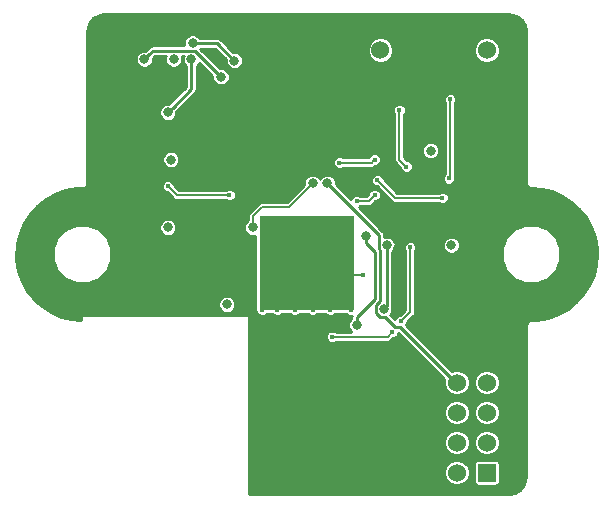
<source format=gbl>
G04 #@! TF.GenerationSoftware,KiCad,Pcbnew,(5.0.0)*
G04 #@! TF.CreationDate,2019-03-22T22:35:01+01:00*
G04 #@! TF.ProjectId,nrf24l01-node,6E726632346C30312D6E6F64652E6B69,rev?*
G04 #@! TF.SameCoordinates,Original*
G04 #@! TF.FileFunction,Copper,L2,Bot,Signal*
G04 #@! TF.FilePolarity,Positive*
%FSLAX46Y46*%
G04 Gerber Fmt 4.6, Leading zero omitted, Abs format (unit mm)*
G04 Created by KiCad (PCBNEW (5.0.0)) date 03/22/19 22:35:01*
%MOMM*%
%LPD*%
G01*
G04 APERTURE LIST*
G04 #@! TA.AperFunction,SMDPad,CuDef*
%ADD10R,5.500000X6.000000*%
G04 #@! TD*
G04 #@! TA.AperFunction,SMDPad,CuDef*
%ADD11R,8.000000X8.000000*%
G04 #@! TD*
G04 #@! TA.AperFunction,ComponentPad*
%ADD12C,1.524000*%
G04 #@! TD*
G04 #@! TA.AperFunction,ComponentPad*
%ADD13R,1.524000X1.524000*%
G04 #@! TD*
G04 #@! TA.AperFunction,ViaPad*
%ADD14C,0.400000*%
G04 #@! TD*
G04 #@! TA.AperFunction,ViaPad*
%ADD15C,0.800000*%
G04 #@! TD*
G04 #@! TA.AperFunction,Conductor*
%ADD16C,0.250000*%
G04 #@! TD*
G04 #@! TA.AperFunction,Conductor*
%ADD17C,0.200000*%
G04 #@! TD*
G04 #@! TA.AperFunction,Conductor*
%ADD18C,0.254000*%
G04 #@! TD*
G04 APERTURE END LIST*
D10*
G04 #@! TO.P,BT1,1*
G04 #@! TO.N,VCC*
X74750000Y-163550000D03*
X74750000Y-132950000D03*
D11*
G04 #@! TO.P,BT1,2*
G04 #@! TO.N,GND*
X74750000Y-148250000D03*
G04 #@! TD*
D12*
G04 #@! TO.P,C1,1*
G04 #@! TO.N,/NRF_VCC_IN*
X90000000Y-130250000D03*
G04 #@! TO.P,C1,2*
G04 #@! TO.N,GND*
X81000000Y-130250000D03*
G04 #@! TD*
D13*
G04 #@! TO.P,U1,1*
G04 #@! TO.N,GND*
X90000000Y-166000000D03*
D12*
G04 #@! TO.P,U1,2*
G04 #@! TO.N,/NRF_VCC_OUT*
X87460000Y-166000000D03*
G04 #@! TO.P,U1,3*
G04 #@! TO.N,/NRF_CE*
X90000000Y-163460000D03*
G04 #@! TO.P,U1,4*
G04 #@! TO.N,/NRF_CS*
X87460000Y-163460000D03*
G04 #@! TO.P,U1,5*
G04 #@! TO.N,/BME280_SCK*
X90000000Y-160920000D03*
G04 #@! TO.P,U1,6*
G04 #@! TO.N,/BME280_SDI*
X87460000Y-160920000D03*
G04 #@! TO.P,U1,7*
G04 #@! TO.N,/BME280_SDO*
X90000000Y-158380000D03*
G04 #@! TO.P,U1,8*
G04 #@! TO.N,/NRF_IRQ*
X87460000Y-158380000D03*
G04 #@! TD*
D14*
G04 #@! TO.N,GND*
X72500000Y-150000000D03*
D15*
G04 #@! TO.N,VCC*
X83962500Y-136000000D03*
X73750000Y-141750000D03*
X74750000Y-163550000D03*
X72500000Y-131499998D03*
X60000000Y-131000000D03*
X57000000Y-134000000D03*
X57000000Y-140500000D03*
X62000000Y-138000000D03*
X63250000Y-141000000D03*
X67250000Y-147000000D03*
X68500000Y-147750000D03*
X82500000Y-147000000D03*
X82500000Y-151500000D03*
X93000000Y-137250000D03*
X90000000Y-143500000D03*
D14*
G04 #@! TO.N,GND*
X75250000Y-145750000D03*
X76750000Y-146500000D03*
X78500000Y-146500000D03*
X75750000Y-150750000D03*
X75250000Y-149500000D03*
X74250000Y-148500000D03*
X73250000Y-147500000D03*
X72250000Y-146750000D03*
X71000000Y-149000000D03*
X71000000Y-148000000D03*
X71000000Y-146750000D03*
X71000000Y-145750000D03*
X71000000Y-144750000D03*
X75250000Y-144750000D03*
X77000000Y-144750000D03*
X78500000Y-144750000D03*
D15*
X77250000Y-150250000D03*
D14*
X79555026Y-149250000D03*
X71733839Y-144766161D03*
X78500000Y-150500000D03*
X78500000Y-151250000D03*
X78500000Y-152250000D03*
X76750000Y-152250000D03*
X72250000Y-152250000D03*
X73750000Y-152250000D03*
X71000000Y-152250000D03*
X75250000Y-152250000D03*
X71000000Y-151000000D03*
X71000000Y-150000000D03*
D15*
X65000000Y-131000000D03*
X63000000Y-135500000D03*
X63250000Y-139500000D03*
X63000000Y-145250000D03*
X68000000Y-151750000D03*
X87000000Y-146750000D03*
X85250000Y-138750000D03*
G04 #@! TO.N,/BME280_SDO*
X81567975Y-146769886D03*
X81274540Y-152157200D03*
G04 #@! TO.N,/NRF_IRQ*
X76500000Y-141500000D03*
D14*
G04 #@! TO.N,/SIG_WAKE*
X80500000Y-142500000D03*
X79000000Y-143000000D03*
G04 #@! TO.N,/SIG_DONE*
X77500000Y-139750000D03*
X80500000Y-139500000D03*
D15*
G04 #@! TO.N,/BME280_SS*
X79000000Y-153500000D03*
X79750000Y-146000000D03*
G04 #@! TO.N,/SWDIO*
X67500000Y-132500000D03*
X61000000Y-131000000D03*
D14*
G04 #@! TO.N,/NRF_VCC_EN*
X80750000Y-141250000D03*
X86250000Y-142750000D03*
D15*
G04 #@! TO.N,/NRF_CS*
X70185010Y-145250000D03*
X75250000Y-141500000D03*
G04 #@! TO.N,/MCU_RESET*
X68637660Y-131112340D03*
X63500000Y-131000000D03*
X65089988Y-129629988D03*
D14*
G04 #@! TO.N,/VBAT_ADC*
X63000000Y-141750000D03*
X68210010Y-142500000D03*
G04 #@! TO.N,/NRF_VCC_IN*
X86900000Y-134400000D03*
X86800000Y-141100000D03*
G04 #@! TO.N,Net-(C20-Pad1)*
X76900000Y-154500000D03*
X82000000Y-154100000D03*
X82700000Y-153200000D03*
X83200000Y-140100000D03*
X82600000Y-135300000D03*
X83506102Y-146923002D03*
G04 #@! TD*
D16*
G04 #@! TO.N,VCC*
X71934315Y-141750000D02*
X67250000Y-146434315D01*
X67250000Y-146434315D02*
X67250000Y-147000000D01*
X73750000Y-141750000D02*
X71934315Y-141750000D01*
G04 #@! TO.N,GND*
X65000000Y-133500000D02*
X63399999Y-135100001D01*
X63399999Y-135100001D02*
X63000000Y-135500000D01*
X65000000Y-131000000D02*
X65000000Y-133500000D01*
D17*
X75750000Y-149250000D02*
X74750000Y-148250000D01*
X79555026Y-149250000D02*
X75750000Y-149250000D01*
D16*
G04 #@! TO.N,/BME280_SDO*
X81567975Y-151863765D02*
X81274540Y-152157200D01*
X81567975Y-146769886D02*
X81567975Y-151863765D01*
G04 #@! TO.N,/NRF_IRQ*
X82685001Y-153685001D02*
X87500000Y-158500000D01*
X80950011Y-147165726D02*
X80950011Y-151467925D01*
X80950011Y-151467925D02*
X80589538Y-151828398D01*
X76500000Y-141500000D02*
X80882973Y-145882973D01*
X82260998Y-153685001D02*
X82685001Y-153685001D01*
X81418199Y-152842202D02*
X82260998Y-153685001D01*
X80945738Y-152842202D02*
X81418199Y-152842202D01*
X80589538Y-151828398D02*
X80589538Y-152486002D01*
X80882973Y-147098688D02*
X80950011Y-147165726D01*
X80589538Y-152486002D02*
X80945738Y-152842202D01*
X80882973Y-145882973D02*
X80882973Y-147098688D01*
D17*
G04 #@! TO.N,/SIG_WAKE*
X80000000Y-143000000D02*
X80500000Y-142500000D01*
X79000000Y-143000000D02*
X80000000Y-143000000D01*
G04 #@! TO.N,/SIG_DONE*
X80300001Y-139699999D02*
X80500000Y-139500000D01*
X80250000Y-139750000D02*
X80300001Y-139699999D01*
X77500000Y-139750000D02*
X80250000Y-139750000D01*
D16*
G04 #@! TO.N,/BME280_SS*
X79000000Y-153500000D02*
X79000000Y-152838094D01*
X80500000Y-151338094D02*
X80500000Y-147315685D01*
X79000000Y-152838094D02*
X80500000Y-151338094D01*
X79750000Y-146565685D02*
X79750000Y-146000000D01*
X80500000Y-147315685D02*
X79750000Y-146565685D01*
G04 #@! TO.N,/SWDIO*
X65314998Y-130314998D02*
X64814998Y-130314998D01*
X61399999Y-130600001D02*
X61000000Y-131000000D01*
X64774998Y-130274998D02*
X61725002Y-130274998D01*
X67500000Y-132500000D02*
X65314998Y-130314998D01*
X64814998Y-130314998D02*
X64774998Y-130274998D01*
X61725002Y-130274998D02*
X61399999Y-130600001D01*
D17*
G04 #@! TO.N,/NRF_VCC_EN*
X82250000Y-142750000D02*
X85967158Y-142750000D01*
X85967158Y-142750000D02*
X86250000Y-142750000D01*
X80750000Y-141250000D02*
X82250000Y-142750000D01*
G04 #@! TO.N,/NRF_CS*
X70185010Y-144684315D02*
X70185010Y-145250000D01*
X70185010Y-144314990D02*
X70185010Y-144684315D01*
X71000000Y-143500000D02*
X70185010Y-144314990D01*
X75250000Y-141500000D02*
X73250000Y-143500000D01*
X73250000Y-143500000D02*
X71000000Y-143500000D01*
D16*
G04 #@! TO.N,/MCU_RESET*
X65655673Y-129666713D02*
X65089988Y-129666713D01*
X65089988Y-129666713D02*
X65089988Y-129629988D01*
X68637660Y-131112340D02*
X67192033Y-129666713D01*
X67192033Y-129666713D02*
X65655673Y-129666713D01*
D17*
G04 #@! TO.N,/VBAT_ADC*
X67927168Y-142500000D02*
X68210010Y-142500000D01*
X63750000Y-142500000D02*
X67927168Y-142500000D01*
X63000000Y-141750000D02*
X63750000Y-142500000D01*
G04 #@! TO.N,/NRF_VCC_IN*
X86900000Y-134400000D02*
X86900000Y-141000000D01*
X86900000Y-141000000D02*
X86800000Y-141100000D01*
G04 #@! TO.N,Net-(C20-Pad1)*
X76900000Y-154500000D02*
X81600000Y-154500000D01*
X81600000Y-154500000D02*
X82000000Y-154100000D01*
X83200000Y-140100000D02*
X82600000Y-139500000D01*
X82600000Y-139500000D02*
X82600000Y-135300000D01*
X82700000Y-153200000D02*
X83506102Y-152393898D01*
X83506102Y-152393898D02*
X83506102Y-147205844D01*
X83506102Y-147205844D02*
X83506102Y-146923002D01*
G04 #@! TD*
D18*
G04 #@! TO.N,VCC*
G36*
X92197354Y-127220167D02*
X92608746Y-127407217D01*
X92951105Y-127702212D01*
X93196906Y-128081437D01*
X93330373Y-128527721D01*
X93348001Y-128764935D01*
X93348000Y-141539589D01*
X93371325Y-141656851D01*
X93460175Y-141789825D01*
X93593148Y-141878675D01*
X93750000Y-141909875D01*
X93773188Y-141905263D01*
X94664074Y-141978507D01*
X95553609Y-142201942D01*
X96394699Y-142567658D01*
X97164763Y-143065835D01*
X97843127Y-143683100D01*
X98411561Y-144402862D01*
X98854812Y-145205807D01*
X99160966Y-146070362D01*
X99323042Y-146980251D01*
X99347222Y-147492974D01*
X99271493Y-148414079D01*
X99048058Y-149303609D01*
X98682342Y-150144699D01*
X98184165Y-150914763D01*
X97566900Y-151593127D01*
X96847134Y-152161564D01*
X96044190Y-152604812D01*
X95179637Y-152910966D01*
X94269749Y-153073042D01*
X93780186Y-153096129D01*
X93750000Y-153090125D01*
X93593149Y-153121325D01*
X93460176Y-153210175D01*
X93371326Y-153343148D01*
X93348001Y-153460410D01*
X93348000Y-166221361D01*
X93279833Y-166697354D01*
X93092784Y-167108745D01*
X92797788Y-167451105D01*
X92418564Y-167696906D01*
X91972279Y-167830373D01*
X91735079Y-167848000D01*
X69877000Y-167848000D01*
X69877000Y-165783384D01*
X86371000Y-165783384D01*
X86371000Y-166216616D01*
X86536790Y-166616869D01*
X86843131Y-166923210D01*
X87243384Y-167089000D01*
X87676616Y-167089000D01*
X88076869Y-166923210D01*
X88383210Y-166616869D01*
X88549000Y-166216616D01*
X88549000Y-165783384D01*
X88383210Y-165383131D01*
X88238079Y-165238000D01*
X88904594Y-165238000D01*
X88904594Y-166762000D01*
X88929973Y-166889589D01*
X89002246Y-166997754D01*
X89110411Y-167070027D01*
X89238000Y-167095406D01*
X90762000Y-167095406D01*
X90889589Y-167070027D01*
X90997754Y-166997754D01*
X91070027Y-166889589D01*
X91095406Y-166762000D01*
X91095406Y-165238000D01*
X91070027Y-165110411D01*
X90997754Y-165002246D01*
X90889589Y-164929973D01*
X90762000Y-164904594D01*
X89238000Y-164904594D01*
X89110411Y-164929973D01*
X89002246Y-165002246D01*
X88929973Y-165110411D01*
X88904594Y-165238000D01*
X88238079Y-165238000D01*
X88076869Y-165076790D01*
X87676616Y-164911000D01*
X87243384Y-164911000D01*
X86843131Y-165076790D01*
X86536790Y-165383131D01*
X86371000Y-165783384D01*
X69877000Y-165783384D01*
X69877000Y-163243384D01*
X86371000Y-163243384D01*
X86371000Y-163676616D01*
X86536790Y-164076869D01*
X86843131Y-164383210D01*
X87243384Y-164549000D01*
X87676616Y-164549000D01*
X88076869Y-164383210D01*
X88383210Y-164076869D01*
X88549000Y-163676616D01*
X88549000Y-163243384D01*
X88911000Y-163243384D01*
X88911000Y-163676616D01*
X89076790Y-164076869D01*
X89383131Y-164383210D01*
X89783384Y-164549000D01*
X90216616Y-164549000D01*
X90616869Y-164383210D01*
X90923210Y-164076869D01*
X91089000Y-163676616D01*
X91089000Y-163243384D01*
X90923210Y-162843131D01*
X90616869Y-162536790D01*
X90216616Y-162371000D01*
X89783384Y-162371000D01*
X89383131Y-162536790D01*
X89076790Y-162843131D01*
X88911000Y-163243384D01*
X88549000Y-163243384D01*
X88383210Y-162843131D01*
X88076869Y-162536790D01*
X87676616Y-162371000D01*
X87243384Y-162371000D01*
X86843131Y-162536790D01*
X86536790Y-162843131D01*
X86371000Y-163243384D01*
X69877000Y-163243384D01*
X69877000Y-160703384D01*
X86371000Y-160703384D01*
X86371000Y-161136616D01*
X86536790Y-161536869D01*
X86843131Y-161843210D01*
X87243384Y-162009000D01*
X87676616Y-162009000D01*
X88076869Y-161843210D01*
X88383210Y-161536869D01*
X88549000Y-161136616D01*
X88549000Y-160703384D01*
X88911000Y-160703384D01*
X88911000Y-161136616D01*
X89076790Y-161536869D01*
X89383131Y-161843210D01*
X89783384Y-162009000D01*
X90216616Y-162009000D01*
X90616869Y-161843210D01*
X90923210Y-161536869D01*
X91089000Y-161136616D01*
X91089000Y-160703384D01*
X90923210Y-160303131D01*
X90616869Y-159996790D01*
X90216616Y-159831000D01*
X89783384Y-159831000D01*
X89383131Y-159996790D01*
X89076790Y-160303131D01*
X88911000Y-160703384D01*
X88549000Y-160703384D01*
X88383210Y-160303131D01*
X88076869Y-159996790D01*
X87676616Y-159831000D01*
X87243384Y-159831000D01*
X86843131Y-159996790D01*
X86536790Y-160303131D01*
X86371000Y-160703384D01*
X69877000Y-160703384D01*
X69877000Y-152750000D01*
X69867333Y-152701399D01*
X69839803Y-152660197D01*
X69798601Y-152632667D01*
X69750000Y-152623000D01*
X55750000Y-152623000D01*
X55701399Y-152632667D01*
X55660197Y-152660197D01*
X55632667Y-152701399D01*
X55623000Y-152750000D01*
X55623000Y-153086203D01*
X54835921Y-153021493D01*
X53946391Y-152798058D01*
X53105301Y-152432342D01*
X52335237Y-151934165D01*
X51973920Y-151605391D01*
X67273000Y-151605391D01*
X67273000Y-151894609D01*
X67383679Y-152161813D01*
X67588187Y-152366321D01*
X67855391Y-152477000D01*
X68144609Y-152477000D01*
X68411813Y-152366321D01*
X68616321Y-152161813D01*
X68727000Y-151894609D01*
X68727000Y-151605391D01*
X68616321Y-151338187D01*
X68411813Y-151133679D01*
X68144609Y-151023000D01*
X67855391Y-151023000D01*
X67588187Y-151133679D01*
X67383679Y-151338187D01*
X67273000Y-151605391D01*
X51973920Y-151605391D01*
X51656873Y-151316900D01*
X51088436Y-150597134D01*
X50645188Y-149794190D01*
X50339034Y-148929637D01*
X50176958Y-148019749D01*
X50152778Y-147507027D01*
X50193863Y-147007294D01*
X53273000Y-147007294D01*
X53273000Y-147992706D01*
X53650101Y-148903108D01*
X54346892Y-149599899D01*
X55257294Y-149977000D01*
X56242706Y-149977000D01*
X57153108Y-149599899D01*
X57849899Y-148903108D01*
X58227000Y-147992706D01*
X58227000Y-147007294D01*
X57849899Y-146096892D01*
X57153108Y-145400101D01*
X56441616Y-145105391D01*
X62273000Y-145105391D01*
X62273000Y-145394609D01*
X62383679Y-145661813D01*
X62588187Y-145866321D01*
X62855391Y-145977000D01*
X63144609Y-145977000D01*
X63411813Y-145866321D01*
X63616321Y-145661813D01*
X63727000Y-145394609D01*
X63727000Y-145105391D01*
X69458010Y-145105391D01*
X69458010Y-145394609D01*
X69568689Y-145661813D01*
X69773197Y-145866321D01*
X70040401Y-145977000D01*
X70329619Y-145977000D01*
X70416594Y-145940974D01*
X70416594Y-152250000D01*
X70441973Y-152377589D01*
X70514246Y-152485754D01*
X70532201Y-152497751D01*
X70553231Y-152548522D01*
X70701478Y-152696769D01*
X70895173Y-152777000D01*
X71104827Y-152777000D01*
X71298522Y-152696769D01*
X71411885Y-152583406D01*
X71838115Y-152583406D01*
X71951478Y-152696769D01*
X72145173Y-152777000D01*
X72354827Y-152777000D01*
X72548522Y-152696769D01*
X72661885Y-152583406D01*
X73338115Y-152583406D01*
X73451478Y-152696769D01*
X73645173Y-152777000D01*
X73854827Y-152777000D01*
X74048522Y-152696769D01*
X74161885Y-152583406D01*
X74838115Y-152583406D01*
X74951478Y-152696769D01*
X75145173Y-152777000D01*
X75354827Y-152777000D01*
X75548522Y-152696769D01*
X75661885Y-152583406D01*
X76338115Y-152583406D01*
X76451478Y-152696769D01*
X76645173Y-152777000D01*
X76854827Y-152777000D01*
X77048522Y-152696769D01*
X77161885Y-152583406D01*
X78088115Y-152583406D01*
X78201478Y-152696769D01*
X78395173Y-152777000D01*
X78551297Y-152777000D01*
X78539145Y-152838094D01*
X78548001Y-152882616D01*
X78548001Y-152923865D01*
X78383679Y-153088187D01*
X78273000Y-153355391D01*
X78273000Y-153644609D01*
X78383679Y-153911813D01*
X78544866Y-154073000D01*
X77218291Y-154073000D01*
X77198522Y-154053231D01*
X77004827Y-153973000D01*
X76795173Y-153973000D01*
X76601478Y-154053231D01*
X76453231Y-154201478D01*
X76373000Y-154395173D01*
X76373000Y-154604827D01*
X76453231Y-154798522D01*
X76601478Y-154946769D01*
X76795173Y-155027000D01*
X77004827Y-155027000D01*
X77198522Y-154946769D01*
X77218291Y-154927000D01*
X81557947Y-154927000D01*
X81600000Y-154935365D01*
X81642053Y-154927000D01*
X81642054Y-154927000D01*
X81766607Y-154902225D01*
X81907850Y-154807850D01*
X81931675Y-154772193D01*
X82076868Y-154627000D01*
X82104827Y-154627000D01*
X82298522Y-154546769D01*
X82446769Y-154398522D01*
X82527000Y-154204827D01*
X82527000Y-154166224D01*
X86415859Y-158055084D01*
X86371000Y-158163384D01*
X86371000Y-158596616D01*
X86536790Y-158996869D01*
X86843131Y-159303210D01*
X87243384Y-159469000D01*
X87676616Y-159469000D01*
X88076869Y-159303210D01*
X88383210Y-158996869D01*
X88549000Y-158596616D01*
X88549000Y-158163384D01*
X88911000Y-158163384D01*
X88911000Y-158596616D01*
X89076790Y-158996869D01*
X89383131Y-159303210D01*
X89783384Y-159469000D01*
X90216616Y-159469000D01*
X90616869Y-159303210D01*
X90923210Y-158996869D01*
X91089000Y-158596616D01*
X91089000Y-158163384D01*
X90923210Y-157763131D01*
X90616869Y-157456790D01*
X90216616Y-157291000D01*
X89783384Y-157291000D01*
X89383131Y-157456790D01*
X89076790Y-157763131D01*
X88911000Y-158163384D01*
X88549000Y-158163384D01*
X88383210Y-157763131D01*
X88076869Y-157456790D01*
X87676616Y-157291000D01*
X87243384Y-157291000D01*
X87021947Y-157382722D01*
X83142258Y-153503033D01*
X83146769Y-153498522D01*
X83227000Y-153304827D01*
X83227000Y-153276868D01*
X83778298Y-152725571D01*
X83813952Y-152701748D01*
X83908327Y-152560505D01*
X83933102Y-152435952D01*
X83933102Y-152435951D01*
X83941467Y-152393899D01*
X83933102Y-152351846D01*
X83933102Y-147241293D01*
X83952871Y-147221524D01*
X84033102Y-147027829D01*
X84033102Y-146818175D01*
X83952871Y-146624480D01*
X83933782Y-146605391D01*
X86273000Y-146605391D01*
X86273000Y-146894609D01*
X86383679Y-147161813D01*
X86588187Y-147366321D01*
X86855391Y-147477000D01*
X87144609Y-147477000D01*
X87411813Y-147366321D01*
X87616321Y-147161813D01*
X87680324Y-147007294D01*
X91273000Y-147007294D01*
X91273000Y-147992706D01*
X91650101Y-148903108D01*
X92346892Y-149599899D01*
X93257294Y-149977000D01*
X94242706Y-149977000D01*
X95153108Y-149599899D01*
X95849899Y-148903108D01*
X96227000Y-147992706D01*
X96227000Y-147007294D01*
X95849899Y-146096892D01*
X95153108Y-145400101D01*
X94242706Y-145023000D01*
X93257294Y-145023000D01*
X92346892Y-145400101D01*
X91650101Y-146096892D01*
X91273000Y-147007294D01*
X87680324Y-147007294D01*
X87727000Y-146894609D01*
X87727000Y-146605391D01*
X87616321Y-146338187D01*
X87411813Y-146133679D01*
X87144609Y-146023000D01*
X86855391Y-146023000D01*
X86588187Y-146133679D01*
X86383679Y-146338187D01*
X86273000Y-146605391D01*
X83933782Y-146605391D01*
X83804624Y-146476233D01*
X83610929Y-146396002D01*
X83401275Y-146396002D01*
X83207580Y-146476233D01*
X83059333Y-146624480D01*
X82979102Y-146818175D01*
X82979102Y-147027829D01*
X83059333Y-147221524D01*
X83079102Y-147241293D01*
X83079102Y-147247897D01*
X83079103Y-147247902D01*
X83079102Y-152217029D01*
X82623132Y-152673000D01*
X82595173Y-152673000D01*
X82401478Y-152753231D01*
X82253231Y-152901478D01*
X82213242Y-152998020D01*
X81837548Y-152622326D01*
X81890861Y-152569013D01*
X82001540Y-152301809D01*
X82001540Y-152012591D01*
X81999977Y-152008819D01*
X82019975Y-151908283D01*
X82028830Y-151863765D01*
X82019975Y-151819247D01*
X82019975Y-147346020D01*
X82184296Y-147181699D01*
X82294975Y-146914495D01*
X82294975Y-146625277D01*
X82184296Y-146358073D01*
X81979788Y-146153565D01*
X81712584Y-146042886D01*
X81423366Y-146042886D01*
X81334973Y-146079499D01*
X81334973Y-145927491D01*
X81343828Y-145882973D01*
X81308748Y-145706611D01*
X81234064Y-145594839D01*
X81208847Y-145557099D01*
X81171107Y-145531882D01*
X79148242Y-143509017D01*
X79298522Y-143446769D01*
X79318291Y-143427000D01*
X79957947Y-143427000D01*
X80000000Y-143435365D01*
X80042053Y-143427000D01*
X80042054Y-143427000D01*
X80166607Y-143402225D01*
X80307850Y-143307850D01*
X80331675Y-143272193D01*
X80576869Y-143027000D01*
X80604827Y-143027000D01*
X80798522Y-142946769D01*
X80946769Y-142798522D01*
X81027000Y-142604827D01*
X81027000Y-142395173D01*
X80946769Y-142201478D01*
X80798522Y-142053231D01*
X80604827Y-141973000D01*
X80395173Y-141973000D01*
X80201478Y-142053231D01*
X80053231Y-142201478D01*
X79973000Y-142395173D01*
X79973000Y-142423131D01*
X79823132Y-142573000D01*
X79318291Y-142573000D01*
X79298522Y-142553231D01*
X79104827Y-142473000D01*
X78895173Y-142473000D01*
X78701478Y-142553231D01*
X78553231Y-142701478D01*
X78490983Y-142851758D01*
X77227000Y-141587776D01*
X77227000Y-141355391D01*
X77139926Y-141145173D01*
X80223000Y-141145173D01*
X80223000Y-141354827D01*
X80303231Y-141548522D01*
X80451478Y-141696769D01*
X80645173Y-141777000D01*
X80673132Y-141777000D01*
X81918329Y-143022198D01*
X81942150Y-143057850D01*
X82083393Y-143152225D01*
X82207946Y-143177000D01*
X82249999Y-143185365D01*
X82292052Y-143177000D01*
X85931709Y-143177000D01*
X85951478Y-143196769D01*
X86145173Y-143277000D01*
X86354827Y-143277000D01*
X86548522Y-143196769D01*
X86696769Y-143048522D01*
X86777000Y-142854827D01*
X86777000Y-142645173D01*
X86696769Y-142451478D01*
X86548522Y-142303231D01*
X86354827Y-142223000D01*
X86145173Y-142223000D01*
X85951478Y-142303231D01*
X85931709Y-142323000D01*
X82426870Y-142323000D01*
X81277000Y-141173132D01*
X81277000Y-141145173D01*
X81214869Y-140995173D01*
X86273000Y-140995173D01*
X86273000Y-141204827D01*
X86353231Y-141398522D01*
X86501478Y-141546769D01*
X86695173Y-141627000D01*
X86904827Y-141627000D01*
X87098522Y-141546769D01*
X87246769Y-141398522D01*
X87327000Y-141204827D01*
X87327000Y-141042053D01*
X87335365Y-141000001D01*
X87327000Y-140957948D01*
X87327000Y-134718291D01*
X87346769Y-134698522D01*
X87427000Y-134504827D01*
X87427000Y-134295173D01*
X87346769Y-134101478D01*
X87198522Y-133953231D01*
X87004827Y-133873000D01*
X86795173Y-133873000D01*
X86601478Y-133953231D01*
X86453231Y-134101478D01*
X86373000Y-134295173D01*
X86373000Y-134504827D01*
X86453231Y-134698522D01*
X86473000Y-134718291D01*
X86473001Y-140681708D01*
X86353231Y-140801478D01*
X86273000Y-140995173D01*
X81214869Y-140995173D01*
X81196769Y-140951478D01*
X81048522Y-140803231D01*
X80854827Y-140723000D01*
X80645173Y-140723000D01*
X80451478Y-140803231D01*
X80303231Y-140951478D01*
X80223000Y-141145173D01*
X77139926Y-141145173D01*
X77116321Y-141088187D01*
X76911813Y-140883679D01*
X76644609Y-140773000D01*
X76355391Y-140773000D01*
X76088187Y-140883679D01*
X75883679Y-141088187D01*
X75875000Y-141109140D01*
X75866321Y-141088187D01*
X75661813Y-140883679D01*
X75394609Y-140773000D01*
X75105391Y-140773000D01*
X74838187Y-140883679D01*
X74633679Y-141088187D01*
X74523000Y-141355391D01*
X74523000Y-141623130D01*
X73073132Y-143073000D01*
X71042054Y-143073000D01*
X71000000Y-143064635D01*
X70833392Y-143097775D01*
X70804056Y-143117377D01*
X70692150Y-143192150D01*
X70668328Y-143227803D01*
X69912817Y-143983315D01*
X69877160Y-144007140D01*
X69782785Y-144148384D01*
X69762543Y-144250149D01*
X69749645Y-144314990D01*
X69758010Y-144357043D01*
X69758010Y-144648866D01*
X69568689Y-144838187D01*
X69458010Y-145105391D01*
X63727000Y-145105391D01*
X63616321Y-144838187D01*
X63411813Y-144633679D01*
X63144609Y-144523000D01*
X62855391Y-144523000D01*
X62588187Y-144633679D01*
X62383679Y-144838187D01*
X62273000Y-145105391D01*
X56441616Y-145105391D01*
X56242706Y-145023000D01*
X55257294Y-145023000D01*
X54346892Y-145400101D01*
X53650101Y-146096892D01*
X53273000Y-147007294D01*
X50193863Y-147007294D01*
X50228507Y-146585926D01*
X50451942Y-145696391D01*
X50817658Y-144855301D01*
X51315835Y-144085237D01*
X51933100Y-143406873D01*
X52652862Y-142838439D01*
X53455807Y-142395188D01*
X54320362Y-142089034D01*
X55230251Y-141926958D01*
X55719814Y-141903871D01*
X55750000Y-141909875D01*
X55906851Y-141878675D01*
X56039825Y-141789825D01*
X56128675Y-141656852D01*
X56130998Y-141645173D01*
X62473000Y-141645173D01*
X62473000Y-141854827D01*
X62553231Y-142048522D01*
X62701478Y-142196769D01*
X62895173Y-142277000D01*
X62923131Y-142277000D01*
X63418328Y-142772198D01*
X63442150Y-142807850D01*
X63583393Y-142902225D01*
X63707946Y-142927000D01*
X63749999Y-142935365D01*
X63792052Y-142927000D01*
X67891719Y-142927000D01*
X67911488Y-142946769D01*
X68105183Y-143027000D01*
X68314837Y-143027000D01*
X68508532Y-142946769D01*
X68656779Y-142798522D01*
X68737010Y-142604827D01*
X68737010Y-142395173D01*
X68656779Y-142201478D01*
X68508532Y-142053231D01*
X68314837Y-141973000D01*
X68105183Y-141973000D01*
X67911488Y-142053231D01*
X67891719Y-142073000D01*
X63926870Y-142073000D01*
X63527000Y-141673131D01*
X63527000Y-141645173D01*
X63446769Y-141451478D01*
X63298522Y-141303231D01*
X63104827Y-141223000D01*
X62895173Y-141223000D01*
X62701478Y-141303231D01*
X62553231Y-141451478D01*
X62473000Y-141645173D01*
X56130998Y-141645173D01*
X56152000Y-141539590D01*
X56152000Y-139355391D01*
X62523000Y-139355391D01*
X62523000Y-139644609D01*
X62633679Y-139911813D01*
X62838187Y-140116321D01*
X63105391Y-140227000D01*
X63394609Y-140227000D01*
X63661813Y-140116321D01*
X63866321Y-139911813D01*
X63976766Y-139645173D01*
X76973000Y-139645173D01*
X76973000Y-139854827D01*
X77053231Y-140048522D01*
X77201478Y-140196769D01*
X77395173Y-140277000D01*
X77604827Y-140277000D01*
X77798522Y-140196769D01*
X77818291Y-140177000D01*
X80207947Y-140177000D01*
X80250000Y-140185365D01*
X80292053Y-140177000D01*
X80292054Y-140177000D01*
X80416607Y-140152225D01*
X80557850Y-140057850D01*
X80578463Y-140027000D01*
X80604827Y-140027000D01*
X80798522Y-139946769D01*
X80946769Y-139798522D01*
X81027000Y-139604827D01*
X81027000Y-139395173D01*
X80946769Y-139201478D01*
X80798522Y-139053231D01*
X80604827Y-138973000D01*
X80395173Y-138973000D01*
X80201478Y-139053231D01*
X80053231Y-139201478D01*
X80002895Y-139323000D01*
X77818291Y-139323000D01*
X77798522Y-139303231D01*
X77604827Y-139223000D01*
X77395173Y-139223000D01*
X77201478Y-139303231D01*
X77053231Y-139451478D01*
X76973000Y-139645173D01*
X63976766Y-139645173D01*
X63977000Y-139644609D01*
X63977000Y-139355391D01*
X63866321Y-139088187D01*
X63661813Y-138883679D01*
X63394609Y-138773000D01*
X63105391Y-138773000D01*
X62838187Y-138883679D01*
X62633679Y-139088187D01*
X62523000Y-139355391D01*
X56152000Y-139355391D01*
X56152000Y-130855391D01*
X60273000Y-130855391D01*
X60273000Y-131144609D01*
X60383679Y-131411813D01*
X60588187Y-131616321D01*
X60855391Y-131727000D01*
X61144609Y-131727000D01*
X61411813Y-131616321D01*
X61616321Y-131411813D01*
X61727000Y-131144609D01*
X61727000Y-130912225D01*
X61751090Y-130888135D01*
X61751092Y-130888132D01*
X61912227Y-130726998D01*
X62826182Y-130726998D01*
X62773000Y-130855391D01*
X62773000Y-131144609D01*
X62883679Y-131411813D01*
X63088187Y-131616321D01*
X63355391Y-131727000D01*
X63644609Y-131727000D01*
X63911813Y-131616321D01*
X64116321Y-131411813D01*
X64227000Y-131144609D01*
X64227000Y-130855391D01*
X64173818Y-130726998D01*
X64326182Y-130726998D01*
X64273000Y-130855391D01*
X64273000Y-131144609D01*
X64383679Y-131411813D01*
X64548000Y-131576134D01*
X64548001Y-133312774D01*
X63111868Y-134748908D01*
X63111865Y-134748910D01*
X63087775Y-134773000D01*
X62855391Y-134773000D01*
X62588187Y-134883679D01*
X62383679Y-135088187D01*
X62273000Y-135355391D01*
X62273000Y-135644609D01*
X62383679Y-135911813D01*
X62588187Y-136116321D01*
X62855391Y-136227000D01*
X63144609Y-136227000D01*
X63411813Y-136116321D01*
X63616321Y-135911813D01*
X63727000Y-135644609D01*
X63727000Y-135412225D01*
X63751090Y-135388135D01*
X63751092Y-135388132D01*
X63944051Y-135195173D01*
X82073000Y-135195173D01*
X82073000Y-135404827D01*
X82153231Y-135598522D01*
X82173001Y-135618292D01*
X82173000Y-139457947D01*
X82164635Y-139500000D01*
X82173000Y-139542053D01*
X82197775Y-139666606D01*
X82292150Y-139807850D01*
X82327807Y-139831675D01*
X82673000Y-140176869D01*
X82673000Y-140204827D01*
X82753231Y-140398522D01*
X82901478Y-140546769D01*
X83095173Y-140627000D01*
X83304827Y-140627000D01*
X83498522Y-140546769D01*
X83646769Y-140398522D01*
X83727000Y-140204827D01*
X83727000Y-139995173D01*
X83646769Y-139801478D01*
X83498522Y-139653231D01*
X83304827Y-139573000D01*
X83276869Y-139573000D01*
X83027000Y-139323132D01*
X83027000Y-138605391D01*
X84523000Y-138605391D01*
X84523000Y-138894609D01*
X84633679Y-139161813D01*
X84838187Y-139366321D01*
X85105391Y-139477000D01*
X85394609Y-139477000D01*
X85661813Y-139366321D01*
X85866321Y-139161813D01*
X85977000Y-138894609D01*
X85977000Y-138605391D01*
X85866321Y-138338187D01*
X85661813Y-138133679D01*
X85394609Y-138023000D01*
X85105391Y-138023000D01*
X84838187Y-138133679D01*
X84633679Y-138338187D01*
X84523000Y-138605391D01*
X83027000Y-138605391D01*
X83027000Y-135618291D01*
X83046769Y-135598522D01*
X83127000Y-135404827D01*
X83127000Y-135195173D01*
X83046769Y-135001478D01*
X82898522Y-134853231D01*
X82704827Y-134773000D01*
X82495173Y-134773000D01*
X82301478Y-134853231D01*
X82153231Y-135001478D01*
X82073000Y-135195173D01*
X63944051Y-135195173D01*
X65288133Y-133851091D01*
X65325874Y-133825874D01*
X65425775Y-133676362D01*
X65452000Y-133544518D01*
X65460855Y-133500001D01*
X65452000Y-133455483D01*
X65452000Y-131576134D01*
X65616321Y-131411813D01*
X65662091Y-131301315D01*
X66773000Y-132412224D01*
X66773000Y-132644609D01*
X66883679Y-132911813D01*
X67088187Y-133116321D01*
X67355391Y-133227000D01*
X67644609Y-133227000D01*
X67911813Y-133116321D01*
X68116321Y-132911813D01*
X68227000Y-132644609D01*
X68227000Y-132355391D01*
X68116321Y-132088187D01*
X67911813Y-131883679D01*
X67644609Y-131773000D01*
X67412224Y-131773000D01*
X65757937Y-130118713D01*
X67004809Y-130118713D01*
X67910660Y-131024565D01*
X67910660Y-131256949D01*
X68021339Y-131524153D01*
X68225847Y-131728661D01*
X68493051Y-131839340D01*
X68782269Y-131839340D01*
X69049473Y-131728661D01*
X69253981Y-131524153D01*
X69364660Y-131256949D01*
X69364660Y-130967731D01*
X69253981Y-130700527D01*
X69049473Y-130496019D01*
X68782269Y-130385340D01*
X68549885Y-130385340D01*
X68197929Y-130033384D01*
X79911000Y-130033384D01*
X79911000Y-130466616D01*
X80076790Y-130866869D01*
X80383131Y-131173210D01*
X80783384Y-131339000D01*
X81216616Y-131339000D01*
X81616869Y-131173210D01*
X81923210Y-130866869D01*
X82089000Y-130466616D01*
X82089000Y-130033384D01*
X88911000Y-130033384D01*
X88911000Y-130466616D01*
X89076790Y-130866869D01*
X89383131Y-131173210D01*
X89783384Y-131339000D01*
X90216616Y-131339000D01*
X90616869Y-131173210D01*
X90923210Y-130866869D01*
X91089000Y-130466616D01*
X91089000Y-130033384D01*
X90923210Y-129633131D01*
X90616869Y-129326790D01*
X90216616Y-129161000D01*
X89783384Y-129161000D01*
X89383131Y-129326790D01*
X89076790Y-129633131D01*
X88911000Y-130033384D01*
X82089000Y-130033384D01*
X81923210Y-129633131D01*
X81616869Y-129326790D01*
X81216616Y-129161000D01*
X80783384Y-129161000D01*
X80383131Y-129326790D01*
X80076790Y-129633131D01*
X79911000Y-130033384D01*
X68197929Y-130033384D01*
X67543126Y-129378582D01*
X67517907Y-129340839D01*
X67368395Y-129240938D01*
X67236551Y-129214713D01*
X67192033Y-129205858D01*
X67147515Y-129214713D01*
X65702847Y-129214713D01*
X65501801Y-129013667D01*
X65234597Y-128902988D01*
X64945379Y-128902988D01*
X64678175Y-129013667D01*
X64473667Y-129218175D01*
X64362988Y-129485379D01*
X64362988Y-129774597D01*
X64383036Y-129822998D01*
X61769520Y-129822998D01*
X61725002Y-129814143D01*
X61680484Y-129822998D01*
X61548640Y-129849223D01*
X61399128Y-129949124D01*
X61373910Y-129986865D01*
X61111868Y-130248908D01*
X61111865Y-130248910D01*
X61087775Y-130273000D01*
X60855391Y-130273000D01*
X60588187Y-130383679D01*
X60383679Y-130588187D01*
X60273000Y-130855391D01*
X56152000Y-130855391D01*
X56152000Y-128778639D01*
X56220167Y-128302646D01*
X56407217Y-127891254D01*
X56702212Y-127548895D01*
X57081437Y-127303094D01*
X57527721Y-127169627D01*
X57764921Y-127152000D01*
X91721361Y-127152000D01*
X92197354Y-127220167D01*
X92197354Y-127220167D01*
G37*
X92197354Y-127220167D02*
X92608746Y-127407217D01*
X92951105Y-127702212D01*
X93196906Y-128081437D01*
X93330373Y-128527721D01*
X93348001Y-128764935D01*
X93348000Y-141539589D01*
X93371325Y-141656851D01*
X93460175Y-141789825D01*
X93593148Y-141878675D01*
X93750000Y-141909875D01*
X93773188Y-141905263D01*
X94664074Y-141978507D01*
X95553609Y-142201942D01*
X96394699Y-142567658D01*
X97164763Y-143065835D01*
X97843127Y-143683100D01*
X98411561Y-144402862D01*
X98854812Y-145205807D01*
X99160966Y-146070362D01*
X99323042Y-146980251D01*
X99347222Y-147492974D01*
X99271493Y-148414079D01*
X99048058Y-149303609D01*
X98682342Y-150144699D01*
X98184165Y-150914763D01*
X97566900Y-151593127D01*
X96847134Y-152161564D01*
X96044190Y-152604812D01*
X95179637Y-152910966D01*
X94269749Y-153073042D01*
X93780186Y-153096129D01*
X93750000Y-153090125D01*
X93593149Y-153121325D01*
X93460176Y-153210175D01*
X93371326Y-153343148D01*
X93348001Y-153460410D01*
X93348000Y-166221361D01*
X93279833Y-166697354D01*
X93092784Y-167108745D01*
X92797788Y-167451105D01*
X92418564Y-167696906D01*
X91972279Y-167830373D01*
X91735079Y-167848000D01*
X69877000Y-167848000D01*
X69877000Y-165783384D01*
X86371000Y-165783384D01*
X86371000Y-166216616D01*
X86536790Y-166616869D01*
X86843131Y-166923210D01*
X87243384Y-167089000D01*
X87676616Y-167089000D01*
X88076869Y-166923210D01*
X88383210Y-166616869D01*
X88549000Y-166216616D01*
X88549000Y-165783384D01*
X88383210Y-165383131D01*
X88238079Y-165238000D01*
X88904594Y-165238000D01*
X88904594Y-166762000D01*
X88929973Y-166889589D01*
X89002246Y-166997754D01*
X89110411Y-167070027D01*
X89238000Y-167095406D01*
X90762000Y-167095406D01*
X90889589Y-167070027D01*
X90997754Y-166997754D01*
X91070027Y-166889589D01*
X91095406Y-166762000D01*
X91095406Y-165238000D01*
X91070027Y-165110411D01*
X90997754Y-165002246D01*
X90889589Y-164929973D01*
X90762000Y-164904594D01*
X89238000Y-164904594D01*
X89110411Y-164929973D01*
X89002246Y-165002246D01*
X88929973Y-165110411D01*
X88904594Y-165238000D01*
X88238079Y-165238000D01*
X88076869Y-165076790D01*
X87676616Y-164911000D01*
X87243384Y-164911000D01*
X86843131Y-165076790D01*
X86536790Y-165383131D01*
X86371000Y-165783384D01*
X69877000Y-165783384D01*
X69877000Y-163243384D01*
X86371000Y-163243384D01*
X86371000Y-163676616D01*
X86536790Y-164076869D01*
X86843131Y-164383210D01*
X87243384Y-164549000D01*
X87676616Y-164549000D01*
X88076869Y-164383210D01*
X88383210Y-164076869D01*
X88549000Y-163676616D01*
X88549000Y-163243384D01*
X88911000Y-163243384D01*
X88911000Y-163676616D01*
X89076790Y-164076869D01*
X89383131Y-164383210D01*
X89783384Y-164549000D01*
X90216616Y-164549000D01*
X90616869Y-164383210D01*
X90923210Y-164076869D01*
X91089000Y-163676616D01*
X91089000Y-163243384D01*
X90923210Y-162843131D01*
X90616869Y-162536790D01*
X90216616Y-162371000D01*
X89783384Y-162371000D01*
X89383131Y-162536790D01*
X89076790Y-162843131D01*
X88911000Y-163243384D01*
X88549000Y-163243384D01*
X88383210Y-162843131D01*
X88076869Y-162536790D01*
X87676616Y-162371000D01*
X87243384Y-162371000D01*
X86843131Y-162536790D01*
X86536790Y-162843131D01*
X86371000Y-163243384D01*
X69877000Y-163243384D01*
X69877000Y-160703384D01*
X86371000Y-160703384D01*
X86371000Y-161136616D01*
X86536790Y-161536869D01*
X86843131Y-161843210D01*
X87243384Y-162009000D01*
X87676616Y-162009000D01*
X88076869Y-161843210D01*
X88383210Y-161536869D01*
X88549000Y-161136616D01*
X88549000Y-160703384D01*
X88911000Y-160703384D01*
X88911000Y-161136616D01*
X89076790Y-161536869D01*
X89383131Y-161843210D01*
X89783384Y-162009000D01*
X90216616Y-162009000D01*
X90616869Y-161843210D01*
X90923210Y-161536869D01*
X91089000Y-161136616D01*
X91089000Y-160703384D01*
X90923210Y-160303131D01*
X90616869Y-159996790D01*
X90216616Y-159831000D01*
X89783384Y-159831000D01*
X89383131Y-159996790D01*
X89076790Y-160303131D01*
X88911000Y-160703384D01*
X88549000Y-160703384D01*
X88383210Y-160303131D01*
X88076869Y-159996790D01*
X87676616Y-159831000D01*
X87243384Y-159831000D01*
X86843131Y-159996790D01*
X86536790Y-160303131D01*
X86371000Y-160703384D01*
X69877000Y-160703384D01*
X69877000Y-152750000D01*
X69867333Y-152701399D01*
X69839803Y-152660197D01*
X69798601Y-152632667D01*
X69750000Y-152623000D01*
X55750000Y-152623000D01*
X55701399Y-152632667D01*
X55660197Y-152660197D01*
X55632667Y-152701399D01*
X55623000Y-152750000D01*
X55623000Y-153086203D01*
X54835921Y-153021493D01*
X53946391Y-152798058D01*
X53105301Y-152432342D01*
X52335237Y-151934165D01*
X51973920Y-151605391D01*
X67273000Y-151605391D01*
X67273000Y-151894609D01*
X67383679Y-152161813D01*
X67588187Y-152366321D01*
X67855391Y-152477000D01*
X68144609Y-152477000D01*
X68411813Y-152366321D01*
X68616321Y-152161813D01*
X68727000Y-151894609D01*
X68727000Y-151605391D01*
X68616321Y-151338187D01*
X68411813Y-151133679D01*
X68144609Y-151023000D01*
X67855391Y-151023000D01*
X67588187Y-151133679D01*
X67383679Y-151338187D01*
X67273000Y-151605391D01*
X51973920Y-151605391D01*
X51656873Y-151316900D01*
X51088436Y-150597134D01*
X50645188Y-149794190D01*
X50339034Y-148929637D01*
X50176958Y-148019749D01*
X50152778Y-147507027D01*
X50193863Y-147007294D01*
X53273000Y-147007294D01*
X53273000Y-147992706D01*
X53650101Y-148903108D01*
X54346892Y-149599899D01*
X55257294Y-149977000D01*
X56242706Y-149977000D01*
X57153108Y-149599899D01*
X57849899Y-148903108D01*
X58227000Y-147992706D01*
X58227000Y-147007294D01*
X57849899Y-146096892D01*
X57153108Y-145400101D01*
X56441616Y-145105391D01*
X62273000Y-145105391D01*
X62273000Y-145394609D01*
X62383679Y-145661813D01*
X62588187Y-145866321D01*
X62855391Y-145977000D01*
X63144609Y-145977000D01*
X63411813Y-145866321D01*
X63616321Y-145661813D01*
X63727000Y-145394609D01*
X63727000Y-145105391D01*
X69458010Y-145105391D01*
X69458010Y-145394609D01*
X69568689Y-145661813D01*
X69773197Y-145866321D01*
X70040401Y-145977000D01*
X70329619Y-145977000D01*
X70416594Y-145940974D01*
X70416594Y-152250000D01*
X70441973Y-152377589D01*
X70514246Y-152485754D01*
X70532201Y-152497751D01*
X70553231Y-152548522D01*
X70701478Y-152696769D01*
X70895173Y-152777000D01*
X71104827Y-152777000D01*
X71298522Y-152696769D01*
X71411885Y-152583406D01*
X71838115Y-152583406D01*
X71951478Y-152696769D01*
X72145173Y-152777000D01*
X72354827Y-152777000D01*
X72548522Y-152696769D01*
X72661885Y-152583406D01*
X73338115Y-152583406D01*
X73451478Y-152696769D01*
X73645173Y-152777000D01*
X73854827Y-152777000D01*
X74048522Y-152696769D01*
X74161885Y-152583406D01*
X74838115Y-152583406D01*
X74951478Y-152696769D01*
X75145173Y-152777000D01*
X75354827Y-152777000D01*
X75548522Y-152696769D01*
X75661885Y-152583406D01*
X76338115Y-152583406D01*
X76451478Y-152696769D01*
X76645173Y-152777000D01*
X76854827Y-152777000D01*
X77048522Y-152696769D01*
X77161885Y-152583406D01*
X78088115Y-152583406D01*
X78201478Y-152696769D01*
X78395173Y-152777000D01*
X78551297Y-152777000D01*
X78539145Y-152838094D01*
X78548001Y-152882616D01*
X78548001Y-152923865D01*
X78383679Y-153088187D01*
X78273000Y-153355391D01*
X78273000Y-153644609D01*
X78383679Y-153911813D01*
X78544866Y-154073000D01*
X77218291Y-154073000D01*
X77198522Y-154053231D01*
X77004827Y-153973000D01*
X76795173Y-153973000D01*
X76601478Y-154053231D01*
X76453231Y-154201478D01*
X76373000Y-154395173D01*
X76373000Y-154604827D01*
X76453231Y-154798522D01*
X76601478Y-154946769D01*
X76795173Y-155027000D01*
X77004827Y-155027000D01*
X77198522Y-154946769D01*
X77218291Y-154927000D01*
X81557947Y-154927000D01*
X81600000Y-154935365D01*
X81642053Y-154927000D01*
X81642054Y-154927000D01*
X81766607Y-154902225D01*
X81907850Y-154807850D01*
X81931675Y-154772193D01*
X82076868Y-154627000D01*
X82104827Y-154627000D01*
X82298522Y-154546769D01*
X82446769Y-154398522D01*
X82527000Y-154204827D01*
X82527000Y-154166224D01*
X86415859Y-158055084D01*
X86371000Y-158163384D01*
X86371000Y-158596616D01*
X86536790Y-158996869D01*
X86843131Y-159303210D01*
X87243384Y-159469000D01*
X87676616Y-159469000D01*
X88076869Y-159303210D01*
X88383210Y-158996869D01*
X88549000Y-158596616D01*
X88549000Y-158163384D01*
X88911000Y-158163384D01*
X88911000Y-158596616D01*
X89076790Y-158996869D01*
X89383131Y-159303210D01*
X89783384Y-159469000D01*
X90216616Y-159469000D01*
X90616869Y-159303210D01*
X90923210Y-158996869D01*
X91089000Y-158596616D01*
X91089000Y-158163384D01*
X90923210Y-157763131D01*
X90616869Y-157456790D01*
X90216616Y-157291000D01*
X89783384Y-157291000D01*
X89383131Y-157456790D01*
X89076790Y-157763131D01*
X88911000Y-158163384D01*
X88549000Y-158163384D01*
X88383210Y-157763131D01*
X88076869Y-157456790D01*
X87676616Y-157291000D01*
X87243384Y-157291000D01*
X87021947Y-157382722D01*
X83142258Y-153503033D01*
X83146769Y-153498522D01*
X83227000Y-153304827D01*
X83227000Y-153276868D01*
X83778298Y-152725571D01*
X83813952Y-152701748D01*
X83908327Y-152560505D01*
X83933102Y-152435952D01*
X83933102Y-152435951D01*
X83941467Y-152393899D01*
X83933102Y-152351846D01*
X83933102Y-147241293D01*
X83952871Y-147221524D01*
X84033102Y-147027829D01*
X84033102Y-146818175D01*
X83952871Y-146624480D01*
X83933782Y-146605391D01*
X86273000Y-146605391D01*
X86273000Y-146894609D01*
X86383679Y-147161813D01*
X86588187Y-147366321D01*
X86855391Y-147477000D01*
X87144609Y-147477000D01*
X87411813Y-147366321D01*
X87616321Y-147161813D01*
X87680324Y-147007294D01*
X91273000Y-147007294D01*
X91273000Y-147992706D01*
X91650101Y-148903108D01*
X92346892Y-149599899D01*
X93257294Y-149977000D01*
X94242706Y-149977000D01*
X95153108Y-149599899D01*
X95849899Y-148903108D01*
X96227000Y-147992706D01*
X96227000Y-147007294D01*
X95849899Y-146096892D01*
X95153108Y-145400101D01*
X94242706Y-145023000D01*
X93257294Y-145023000D01*
X92346892Y-145400101D01*
X91650101Y-146096892D01*
X91273000Y-147007294D01*
X87680324Y-147007294D01*
X87727000Y-146894609D01*
X87727000Y-146605391D01*
X87616321Y-146338187D01*
X87411813Y-146133679D01*
X87144609Y-146023000D01*
X86855391Y-146023000D01*
X86588187Y-146133679D01*
X86383679Y-146338187D01*
X86273000Y-146605391D01*
X83933782Y-146605391D01*
X83804624Y-146476233D01*
X83610929Y-146396002D01*
X83401275Y-146396002D01*
X83207580Y-146476233D01*
X83059333Y-146624480D01*
X82979102Y-146818175D01*
X82979102Y-147027829D01*
X83059333Y-147221524D01*
X83079102Y-147241293D01*
X83079102Y-147247897D01*
X83079103Y-147247902D01*
X83079102Y-152217029D01*
X82623132Y-152673000D01*
X82595173Y-152673000D01*
X82401478Y-152753231D01*
X82253231Y-152901478D01*
X82213242Y-152998020D01*
X81837548Y-152622326D01*
X81890861Y-152569013D01*
X82001540Y-152301809D01*
X82001540Y-152012591D01*
X81999977Y-152008819D01*
X82019975Y-151908283D01*
X82028830Y-151863765D01*
X82019975Y-151819247D01*
X82019975Y-147346020D01*
X82184296Y-147181699D01*
X82294975Y-146914495D01*
X82294975Y-146625277D01*
X82184296Y-146358073D01*
X81979788Y-146153565D01*
X81712584Y-146042886D01*
X81423366Y-146042886D01*
X81334973Y-146079499D01*
X81334973Y-145927491D01*
X81343828Y-145882973D01*
X81308748Y-145706611D01*
X81234064Y-145594839D01*
X81208847Y-145557099D01*
X81171107Y-145531882D01*
X79148242Y-143509017D01*
X79298522Y-143446769D01*
X79318291Y-143427000D01*
X79957947Y-143427000D01*
X80000000Y-143435365D01*
X80042053Y-143427000D01*
X80042054Y-143427000D01*
X80166607Y-143402225D01*
X80307850Y-143307850D01*
X80331675Y-143272193D01*
X80576869Y-143027000D01*
X80604827Y-143027000D01*
X80798522Y-142946769D01*
X80946769Y-142798522D01*
X81027000Y-142604827D01*
X81027000Y-142395173D01*
X80946769Y-142201478D01*
X80798522Y-142053231D01*
X80604827Y-141973000D01*
X80395173Y-141973000D01*
X80201478Y-142053231D01*
X80053231Y-142201478D01*
X79973000Y-142395173D01*
X79973000Y-142423131D01*
X79823132Y-142573000D01*
X79318291Y-142573000D01*
X79298522Y-142553231D01*
X79104827Y-142473000D01*
X78895173Y-142473000D01*
X78701478Y-142553231D01*
X78553231Y-142701478D01*
X78490983Y-142851758D01*
X77227000Y-141587776D01*
X77227000Y-141355391D01*
X77139926Y-141145173D01*
X80223000Y-141145173D01*
X80223000Y-141354827D01*
X80303231Y-141548522D01*
X80451478Y-141696769D01*
X80645173Y-141777000D01*
X80673132Y-141777000D01*
X81918329Y-143022198D01*
X81942150Y-143057850D01*
X82083393Y-143152225D01*
X82207946Y-143177000D01*
X82249999Y-143185365D01*
X82292052Y-143177000D01*
X85931709Y-143177000D01*
X85951478Y-143196769D01*
X86145173Y-143277000D01*
X86354827Y-143277000D01*
X86548522Y-143196769D01*
X86696769Y-143048522D01*
X86777000Y-142854827D01*
X86777000Y-142645173D01*
X86696769Y-142451478D01*
X86548522Y-142303231D01*
X86354827Y-142223000D01*
X86145173Y-142223000D01*
X85951478Y-142303231D01*
X85931709Y-142323000D01*
X82426870Y-142323000D01*
X81277000Y-141173132D01*
X81277000Y-141145173D01*
X81214869Y-140995173D01*
X86273000Y-140995173D01*
X86273000Y-141204827D01*
X86353231Y-141398522D01*
X86501478Y-141546769D01*
X86695173Y-141627000D01*
X86904827Y-141627000D01*
X87098522Y-141546769D01*
X87246769Y-141398522D01*
X87327000Y-141204827D01*
X87327000Y-141042053D01*
X87335365Y-141000001D01*
X87327000Y-140957948D01*
X87327000Y-134718291D01*
X87346769Y-134698522D01*
X87427000Y-134504827D01*
X87427000Y-134295173D01*
X87346769Y-134101478D01*
X87198522Y-133953231D01*
X87004827Y-133873000D01*
X86795173Y-133873000D01*
X86601478Y-133953231D01*
X86453231Y-134101478D01*
X86373000Y-134295173D01*
X86373000Y-134504827D01*
X86453231Y-134698522D01*
X86473000Y-134718291D01*
X86473001Y-140681708D01*
X86353231Y-140801478D01*
X86273000Y-140995173D01*
X81214869Y-140995173D01*
X81196769Y-140951478D01*
X81048522Y-140803231D01*
X80854827Y-140723000D01*
X80645173Y-140723000D01*
X80451478Y-140803231D01*
X80303231Y-140951478D01*
X80223000Y-141145173D01*
X77139926Y-141145173D01*
X77116321Y-141088187D01*
X76911813Y-140883679D01*
X76644609Y-140773000D01*
X76355391Y-140773000D01*
X76088187Y-140883679D01*
X75883679Y-141088187D01*
X75875000Y-141109140D01*
X75866321Y-141088187D01*
X75661813Y-140883679D01*
X75394609Y-140773000D01*
X75105391Y-140773000D01*
X74838187Y-140883679D01*
X74633679Y-141088187D01*
X74523000Y-141355391D01*
X74523000Y-141623130D01*
X73073132Y-143073000D01*
X71042054Y-143073000D01*
X71000000Y-143064635D01*
X70833392Y-143097775D01*
X70804056Y-143117377D01*
X70692150Y-143192150D01*
X70668328Y-143227803D01*
X69912817Y-143983315D01*
X69877160Y-144007140D01*
X69782785Y-144148384D01*
X69762543Y-144250149D01*
X69749645Y-144314990D01*
X69758010Y-144357043D01*
X69758010Y-144648866D01*
X69568689Y-144838187D01*
X69458010Y-145105391D01*
X63727000Y-145105391D01*
X63616321Y-144838187D01*
X63411813Y-144633679D01*
X63144609Y-144523000D01*
X62855391Y-144523000D01*
X62588187Y-144633679D01*
X62383679Y-144838187D01*
X62273000Y-145105391D01*
X56441616Y-145105391D01*
X56242706Y-145023000D01*
X55257294Y-145023000D01*
X54346892Y-145400101D01*
X53650101Y-146096892D01*
X53273000Y-147007294D01*
X50193863Y-147007294D01*
X50228507Y-146585926D01*
X50451942Y-145696391D01*
X50817658Y-144855301D01*
X51315835Y-144085237D01*
X51933100Y-143406873D01*
X52652862Y-142838439D01*
X53455807Y-142395188D01*
X54320362Y-142089034D01*
X55230251Y-141926958D01*
X55719814Y-141903871D01*
X55750000Y-141909875D01*
X55906851Y-141878675D01*
X56039825Y-141789825D01*
X56128675Y-141656852D01*
X56130998Y-141645173D01*
X62473000Y-141645173D01*
X62473000Y-141854827D01*
X62553231Y-142048522D01*
X62701478Y-142196769D01*
X62895173Y-142277000D01*
X62923131Y-142277000D01*
X63418328Y-142772198D01*
X63442150Y-142807850D01*
X63583393Y-142902225D01*
X63707946Y-142927000D01*
X63749999Y-142935365D01*
X63792052Y-142927000D01*
X67891719Y-142927000D01*
X67911488Y-142946769D01*
X68105183Y-143027000D01*
X68314837Y-143027000D01*
X68508532Y-142946769D01*
X68656779Y-142798522D01*
X68737010Y-142604827D01*
X68737010Y-142395173D01*
X68656779Y-142201478D01*
X68508532Y-142053231D01*
X68314837Y-141973000D01*
X68105183Y-141973000D01*
X67911488Y-142053231D01*
X67891719Y-142073000D01*
X63926870Y-142073000D01*
X63527000Y-141673131D01*
X63527000Y-141645173D01*
X63446769Y-141451478D01*
X63298522Y-141303231D01*
X63104827Y-141223000D01*
X62895173Y-141223000D01*
X62701478Y-141303231D01*
X62553231Y-141451478D01*
X62473000Y-141645173D01*
X56130998Y-141645173D01*
X56152000Y-141539590D01*
X56152000Y-139355391D01*
X62523000Y-139355391D01*
X62523000Y-139644609D01*
X62633679Y-139911813D01*
X62838187Y-140116321D01*
X63105391Y-140227000D01*
X63394609Y-140227000D01*
X63661813Y-140116321D01*
X63866321Y-139911813D01*
X63976766Y-139645173D01*
X76973000Y-139645173D01*
X76973000Y-139854827D01*
X77053231Y-140048522D01*
X77201478Y-140196769D01*
X77395173Y-140277000D01*
X77604827Y-140277000D01*
X77798522Y-140196769D01*
X77818291Y-140177000D01*
X80207947Y-140177000D01*
X80250000Y-140185365D01*
X80292053Y-140177000D01*
X80292054Y-140177000D01*
X80416607Y-140152225D01*
X80557850Y-140057850D01*
X80578463Y-140027000D01*
X80604827Y-140027000D01*
X80798522Y-139946769D01*
X80946769Y-139798522D01*
X81027000Y-139604827D01*
X81027000Y-139395173D01*
X80946769Y-139201478D01*
X80798522Y-139053231D01*
X80604827Y-138973000D01*
X80395173Y-138973000D01*
X80201478Y-139053231D01*
X80053231Y-139201478D01*
X80002895Y-139323000D01*
X77818291Y-139323000D01*
X77798522Y-139303231D01*
X77604827Y-139223000D01*
X77395173Y-139223000D01*
X77201478Y-139303231D01*
X77053231Y-139451478D01*
X76973000Y-139645173D01*
X63976766Y-139645173D01*
X63977000Y-139644609D01*
X63977000Y-139355391D01*
X63866321Y-139088187D01*
X63661813Y-138883679D01*
X63394609Y-138773000D01*
X63105391Y-138773000D01*
X62838187Y-138883679D01*
X62633679Y-139088187D01*
X62523000Y-139355391D01*
X56152000Y-139355391D01*
X56152000Y-130855391D01*
X60273000Y-130855391D01*
X60273000Y-131144609D01*
X60383679Y-131411813D01*
X60588187Y-131616321D01*
X60855391Y-131727000D01*
X61144609Y-131727000D01*
X61411813Y-131616321D01*
X61616321Y-131411813D01*
X61727000Y-131144609D01*
X61727000Y-130912225D01*
X61751090Y-130888135D01*
X61751092Y-130888132D01*
X61912227Y-130726998D01*
X62826182Y-130726998D01*
X62773000Y-130855391D01*
X62773000Y-131144609D01*
X62883679Y-131411813D01*
X63088187Y-131616321D01*
X63355391Y-131727000D01*
X63644609Y-131727000D01*
X63911813Y-131616321D01*
X64116321Y-131411813D01*
X64227000Y-131144609D01*
X64227000Y-130855391D01*
X64173818Y-130726998D01*
X64326182Y-130726998D01*
X64273000Y-130855391D01*
X64273000Y-131144609D01*
X64383679Y-131411813D01*
X64548000Y-131576134D01*
X64548001Y-133312774D01*
X63111868Y-134748908D01*
X63111865Y-134748910D01*
X63087775Y-134773000D01*
X62855391Y-134773000D01*
X62588187Y-134883679D01*
X62383679Y-135088187D01*
X62273000Y-135355391D01*
X62273000Y-135644609D01*
X62383679Y-135911813D01*
X62588187Y-136116321D01*
X62855391Y-136227000D01*
X63144609Y-136227000D01*
X63411813Y-136116321D01*
X63616321Y-135911813D01*
X63727000Y-135644609D01*
X63727000Y-135412225D01*
X63751090Y-135388135D01*
X63751092Y-135388132D01*
X63944051Y-135195173D01*
X82073000Y-135195173D01*
X82073000Y-135404827D01*
X82153231Y-135598522D01*
X82173001Y-135618292D01*
X82173000Y-139457947D01*
X82164635Y-139500000D01*
X82173000Y-139542053D01*
X82197775Y-139666606D01*
X82292150Y-139807850D01*
X82327807Y-139831675D01*
X82673000Y-140176869D01*
X82673000Y-140204827D01*
X82753231Y-140398522D01*
X82901478Y-140546769D01*
X83095173Y-140627000D01*
X83304827Y-140627000D01*
X83498522Y-140546769D01*
X83646769Y-140398522D01*
X83727000Y-140204827D01*
X83727000Y-139995173D01*
X83646769Y-139801478D01*
X83498522Y-139653231D01*
X83304827Y-139573000D01*
X83276869Y-139573000D01*
X83027000Y-139323132D01*
X83027000Y-138605391D01*
X84523000Y-138605391D01*
X84523000Y-138894609D01*
X84633679Y-139161813D01*
X84838187Y-139366321D01*
X85105391Y-139477000D01*
X85394609Y-139477000D01*
X85661813Y-139366321D01*
X85866321Y-139161813D01*
X85977000Y-138894609D01*
X85977000Y-138605391D01*
X85866321Y-138338187D01*
X85661813Y-138133679D01*
X85394609Y-138023000D01*
X85105391Y-138023000D01*
X84838187Y-138133679D01*
X84633679Y-138338187D01*
X84523000Y-138605391D01*
X83027000Y-138605391D01*
X83027000Y-135618291D01*
X83046769Y-135598522D01*
X83127000Y-135404827D01*
X83127000Y-135195173D01*
X83046769Y-135001478D01*
X82898522Y-134853231D01*
X82704827Y-134773000D01*
X82495173Y-134773000D01*
X82301478Y-134853231D01*
X82153231Y-135001478D01*
X82073000Y-135195173D01*
X63944051Y-135195173D01*
X65288133Y-133851091D01*
X65325874Y-133825874D01*
X65425775Y-133676362D01*
X65452000Y-133544518D01*
X65460855Y-133500001D01*
X65452000Y-133455483D01*
X65452000Y-131576134D01*
X65616321Y-131411813D01*
X65662091Y-131301315D01*
X66773000Y-132412224D01*
X66773000Y-132644609D01*
X66883679Y-132911813D01*
X67088187Y-133116321D01*
X67355391Y-133227000D01*
X67644609Y-133227000D01*
X67911813Y-133116321D01*
X68116321Y-132911813D01*
X68227000Y-132644609D01*
X68227000Y-132355391D01*
X68116321Y-132088187D01*
X67911813Y-131883679D01*
X67644609Y-131773000D01*
X67412224Y-131773000D01*
X65757937Y-130118713D01*
X67004809Y-130118713D01*
X67910660Y-131024565D01*
X67910660Y-131256949D01*
X68021339Y-131524153D01*
X68225847Y-131728661D01*
X68493051Y-131839340D01*
X68782269Y-131839340D01*
X69049473Y-131728661D01*
X69253981Y-131524153D01*
X69364660Y-131256949D01*
X69364660Y-130967731D01*
X69253981Y-130700527D01*
X69049473Y-130496019D01*
X68782269Y-130385340D01*
X68549885Y-130385340D01*
X68197929Y-130033384D01*
X79911000Y-130033384D01*
X79911000Y-130466616D01*
X80076790Y-130866869D01*
X80383131Y-131173210D01*
X80783384Y-131339000D01*
X81216616Y-131339000D01*
X81616869Y-131173210D01*
X81923210Y-130866869D01*
X82089000Y-130466616D01*
X82089000Y-130033384D01*
X88911000Y-130033384D01*
X88911000Y-130466616D01*
X89076790Y-130866869D01*
X89383131Y-131173210D01*
X89783384Y-131339000D01*
X90216616Y-131339000D01*
X90616869Y-131173210D01*
X90923210Y-130866869D01*
X91089000Y-130466616D01*
X91089000Y-130033384D01*
X90923210Y-129633131D01*
X90616869Y-129326790D01*
X90216616Y-129161000D01*
X89783384Y-129161000D01*
X89383131Y-129326790D01*
X89076790Y-129633131D01*
X88911000Y-130033384D01*
X82089000Y-130033384D01*
X81923210Y-129633131D01*
X81616869Y-129326790D01*
X81216616Y-129161000D01*
X80783384Y-129161000D01*
X80383131Y-129326790D01*
X80076790Y-129633131D01*
X79911000Y-130033384D01*
X68197929Y-130033384D01*
X67543126Y-129378582D01*
X67517907Y-129340839D01*
X67368395Y-129240938D01*
X67236551Y-129214713D01*
X67192033Y-129205858D01*
X67147515Y-129214713D01*
X65702847Y-129214713D01*
X65501801Y-129013667D01*
X65234597Y-128902988D01*
X64945379Y-128902988D01*
X64678175Y-129013667D01*
X64473667Y-129218175D01*
X64362988Y-129485379D01*
X64362988Y-129774597D01*
X64383036Y-129822998D01*
X61769520Y-129822998D01*
X61725002Y-129814143D01*
X61680484Y-129822998D01*
X61548640Y-129849223D01*
X61399128Y-129949124D01*
X61373910Y-129986865D01*
X61111868Y-130248908D01*
X61111865Y-130248910D01*
X61087775Y-130273000D01*
X60855391Y-130273000D01*
X60588187Y-130383679D01*
X60383679Y-130588187D01*
X60273000Y-130855391D01*
X56152000Y-130855391D01*
X56152000Y-128778639D01*
X56220167Y-128302646D01*
X56407217Y-127891254D01*
X56702212Y-127548895D01*
X57081437Y-127303094D01*
X57527721Y-127169627D01*
X57764921Y-127152000D01*
X91721361Y-127152000D01*
X92197354Y-127220167D01*
G04 #@! TD*
M02*

</source>
